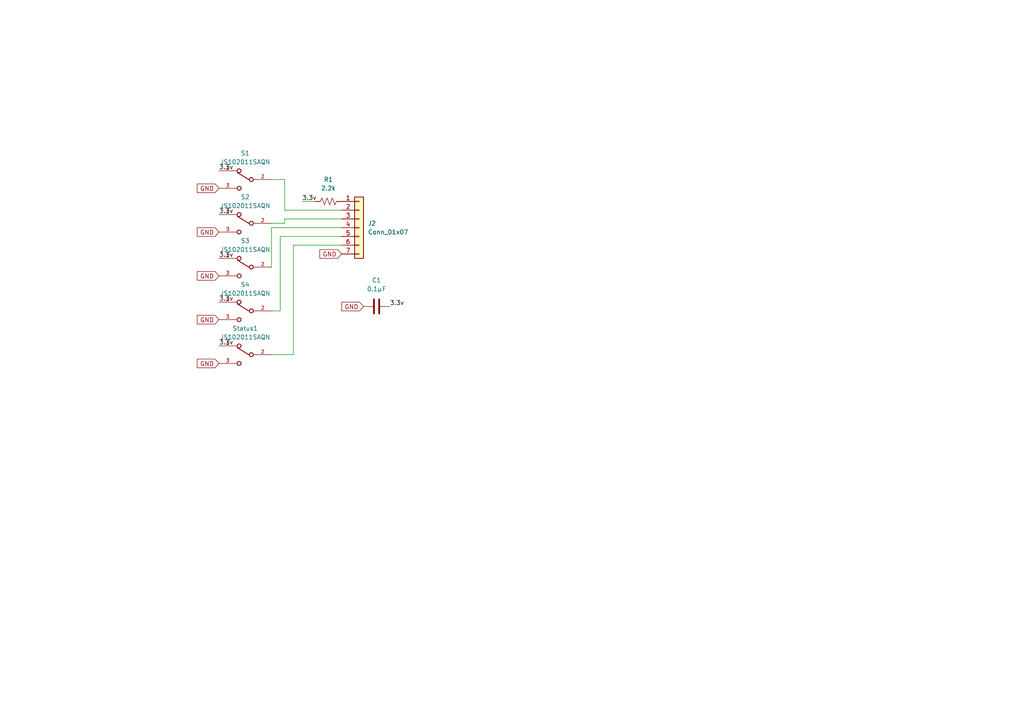
<source format=kicad_sch>
(kicad_sch (version 20231120) (generator "eeschema") (generator_version "8.0")
  (paper "A4")
  (lib_symbols
    (symbol "Connector_Generic:Conn_01x07" (pin_names (offset 1.016) hide)
      (property "Reference" "J" (at 0 10.16 0))
      (property "Value" "Conn_01x07" (at 0 -10.16 0))
      (symbol "Conn_01x07_1_1"
        (rectangle (start -1.27 -7.493) (end 0 -7.747) (stroke (width 0.1524)))
        (rectangle (start -1.27 -4.953) (end 0 -5.207) (stroke (width 0.1524)))
        (rectangle (start -1.27 -2.413) (end 0 -2.667) (stroke (width 0.1524)))
        (rectangle (start -1.27 0.127) (end 0 -0.127) (stroke (width 0.1524)))
        (rectangle (start -1.27 2.667) (end 0 2.413) (stroke (width 0.1524)))
        (rectangle (start -1.27 5.207) (end 0 4.953) (stroke (width 0.1524)))
        (rectangle (start -1.27 7.747) (end 0 7.493) (stroke (width 0.1524)))
        (rectangle (start -1.27 8.89) (end 1.27 -8.89) (stroke (width 0.254)) (fill (type background)))
        (pin passive line (at -5.08 7.62 0) (length 3.81) (name "Pin_1") (number "1"))
        (pin passive line (at -5.08 5.08 0) (length 3.81) (name "Pin_2") (number "2"))
        (pin passive line (at -5.08 2.54 0) (length 3.81) (name "Pin_3") (number "3"))
        (pin passive line (at -5.08 0 0) (length 3.81) (name "Pin_4") (number "4"))
        (pin passive line (at -5.08 -2.54 0) (length 3.81) (name "Pin_5") (number "5"))
        (pin passive line (at -5.08 -5.08 0) (length 3.81) (name "Pin_6") (number "6"))
        (pin passive line (at -5.08 -7.62 0) (length 3.81) (name "Pin_7") (number "7"))
      )
    )
    (symbol "Device:C" (pin_numbers hide) (pin_names (offset 0.254))
      (property "Reference" "C" (at 0.635 2.54 0))
      (property "Value" "C" (at 0.635 -2.54 0))
      (symbol "C_0_1"
        (polyline (pts (xy -2.032 -0.762) (xy 2.032 -0.762)) (stroke (width 0.508)))
        (polyline (pts (xy -2.032 0.762) (xy 2.032 0.762)) (stroke (width 0.508)))
      )
      (symbol "C_1_1"
        (pin passive line (at 0 3.81 270) (length 2.794) (name "~") (number "1"))
        (pin passive line (at 0 -3.81 90) (length 2.794) (name "~") (number "2"))
      )
    )
    (symbol "Device:R_US" (pin_numbers hide) (pin_names (offset 0))
      (property "Reference" "R" (at 2.54 0 90))
      (property "Value" "R_US" (at -2.54 0 90))
      (symbol "R_US_0_1"
        (polyline (pts (xy 0 -2.286) (xy 0 -2.54)))
        (polyline (pts (xy 0 2.286) (xy 0 2.54)))
        (polyline (pts (xy 0 -0.762) (xy 1.016 -1.143) (xy 0 -1.524) (xy -1.016 -1.905) (xy 0 -2.286)))
        (polyline (pts (xy 0 0.762) (xy 1.016 0.381) (xy 0 0) (xy -1.016 -0.381) (xy 0 -0.762)))
        (polyline (pts (xy 0 2.286) (xy 1.016 1.905) (xy 0 1.524) (xy -1.016 1.143) (xy 0 0.762)))
      )
      (symbol "R_US_1_1"
        (pin passive line (at 0 3.81 270) (length 1.27) (name "~") (number "1"))
        (pin passive line (at 0 -3.81 90) (length 1.27) (name "~") (number "2"))
      )
    )
    (symbol "SS_js102011:JS102011SAQN" (pin_names (offset 1.016))
      (property "Reference" "S" (at -7.6229 5.0819 0))
      (property "Value" "JS102011SAQN" (at -7.6286 -5.0857 0))
      (symbol "JS102011SAQN_0_0"
        (circle (center -1.778 -2.54) (radius 0.568) (stroke (width 0.254)))
        (circle (center -1.778 2.54) (radius 0.568) (stroke (width 0.254)))
        (polyline (pts (xy 1.016 0) (xy -2.286 2.032)) (stroke (width 0.254)))
        (circle (center 1.778 0) (radius 0.568) (stroke (width 0.254)))
        (pin passive line (at -7.62 2.54 0) (length 5.08) (name "~") (number "1"))
        (pin passive line (at 7.62 0 180) (length 5.08) (name "~") (number "2"))
        (pin passive line (at -7.62 -2.54 0) (length 5.08) (name "~") (number "3"))
      )
    )
  )
  (wire (pts (xy 81.28 68.58) (xy 99.06 68.58)))
  (wire (pts (xy 78.74 102.87) (xy 85.09 102.87)))
  (wire (pts (xy 82.55 60.96) (xy 99.06 60.96)))
  (wire (pts (xy 85.09 102.87) (xy 85.09 71.12)))
  (wire (pts (xy 81.28 90.17) (xy 81.28 68.58)))
  (wire (pts (xy 85.09 71.12) (xy 99.06 71.12)))
  (wire (pts (xy 82.55 64.77) (xy 82.55 63.5)))
  (wire (pts (xy 78.74 64.77) (xy 82.55 64.77)))
  (wire (pts (xy 78.74 66.04) (xy 78.74 77.47)))
  (wire (pts (xy 78.74 90.17) (xy 81.28 90.17)))
  (wire (pts (xy 82.55 63.5) (xy 99.06 63.5)))
  (wire (pts (xy 78.74 52.07) (xy 82.55 52.07)))
  (wire (pts (xy 82.55 52.07) (xy 82.55 60.96)))
  (wire (pts (xy 87.63 58.42) (xy 91.44 58.42)))
  (wire (pts (xy 78.74 66.04) (xy 99.06 66.04)))
  (label "3.3v" (at 63.5 87.63 0))
  (label "3.3v" (at 63.5 74.93 0))
  (label "3.3v" (at 63.5 62.23 0))
  (label "3.3v" (at 87.63 58.42 0))
  (label "3.3v" (at 63.5 49.53 0))
  (label "3.3v" (at 63.5 100.33 0))
  (label "3.3v" (at 113.03 88.9 0))
  (global_label "GND" (shape input) (at 99.06 73.66 180) (property "Intersheetrefs" "${INTERSHEET_REFS}" (effects (hide yes))))
  (global_label "GND" (shape input) (at 63.5 105.41 180) (property "Intersheetrefs" "${INTERSHEET_REFS}" (effects (hide yes))))
  (global_label "GND" (shape input) (at 105.41 88.9 180) (property "Intersheetrefs" "${INTERSHEET_REFS}" (effects (hide yes))))
  (global_label "GND" (shape input) (at 63.5 54.61 180) (property "Intersheetrefs" "${INTERSHEET_REFS}" (effects (hide yes))))
  (global_label "GND" (shape input) (at 63.5 67.31 180) (property "Intersheetrefs" "${INTERSHEET_REFS}" (effects (hide yes))))
  (global_label "GND" (shape input) (at 63.5 92.71 180) (property "Intersheetrefs" "${INTERSHEET_REFS}" (effects (hide yes))))
  (global_label "GND" (shape input) (at 63.5 80.01 180) (property "Intersheetrefs" "${INTERSHEET_REFS}" (effects (hide yes))))
  (symbol (lib_id "Device:R_US") (at 95.25 58.42 90) (unit 1)
    (property "Reference" "R1" (at 95.25 52.07 90))
    (property "Value" "2.2k" (at 95.25 54.61 90))
    (property "Footprint" "Resistor_SMD:R_0805_2012Metric_Pad1.20x1.40mm_HandSolder" (effects (hide yes)))
    (property "Description" "Resistor, US symbol" (effects (hide yes)))
  )
  (symbol (lib_id "SS_js102011:JS102011SAQN") (at 71.12 90.17 0) (unit 1)
    (property "Reference" "S4" (at 71.12 82.55 0))
    (property "Value" "JS102011SAQN" (at 71.12 85.09 0))
    (property "Footprint" "JS102011SAQN:SW_JS102011SAQN" (effects (hide yes)))
    (property "MANUFACTURER" "C&K" (effects (hide yes)))
  )
  (symbol (lib_id "SS_js102011:JS102011SAQN") (at 71.12 52.07 0) (unit 1)
    (property "Reference" "S1" (at 71.12 44.45 0))
    (property "Value" "JS102011SAQN" (at 71.12 46.99 0))
    (property "Footprint" "JS102011SAQN:SW_JS102011SAQN" (effects (hide yes)))
    (property "MANUFACTURER" "C&K" (effects (hide yes)))
  )
  (symbol (lib_id "Connector_Generic:Conn_01x07") (at 104.14 66.04 0) (unit 1)
    (property "Reference" "J2" (at 106.68 64.7699 0) (effects (justify left)))
    (property "Value" "Conn_01x07" (at 106.68 67.3099 0) (effects (justify left)))
    (property "Footprint" "Connector_PinHeader_2.54mm:PinHeader_1x07_P2.54mm_Vertical" (effects (hide yes)))
    (property "Description" "Generic connector, single row, 01x07, script generated (kicad-library-utils/schlib/autogen/connector/)" (effects (hide yes)))
  )
  (symbol (lib_id "SS_js102011:JS102011SAQN") (at 71.12 102.87 0) (unit 1)
    (property "Reference" "Status1" (at 71.12 95.25 0))
    (property "Value" "JS102011SAQN" (at 71.12 97.79 0))
    (property "Footprint" "JS102011SAQN:SW_JS102011SAQN" (effects (hide yes)))
    (property "MANUFACTURER" "C&K" (effects (hide yes)))
  )
  (symbol (lib_id "Device:C") (at 109.22 88.9 90) (unit 1)
    (property "Reference" "C1" (at 109.22 81.28 90))
    (property "Value" "0.1μF" (at 109.22 83.82 90))
    (property "Footprint" "Capacitor_SMD:C_0805_2012Metric_Pad1.18x1.45mm_HandSolder" (effects (hide yes)))
    (property "Description" "Unpolarized capacitor" (effects (hide yes)))
  )
  (symbol (lib_id "SS_js102011:JS102011SAQN") (at 71.12 77.47 0) (unit 1)
    (property "Reference" "S3" (at 71.12 69.85 0))
    (property "Value" "JS102011SAQN" (at 71.12 72.39 0))
    (property "Footprint" "JS102011SAQN:SW_JS102011SAQN" (effects (hide yes)))
    (property "MANUFACTURER" "C&K" (effects (hide yes)))
  )
  (symbol (lib_id "SS_js102011:JS102011SAQN") (at 71.12 64.77 0) (unit 1)
    (property "Reference" "S2" (at 71.12 57.15 0))
    (property "Value" "JS102011SAQN" (at 71.12 59.69 0))
    (property "Footprint" "JS102011SAQN:SW_JS102011SAQN" (effects (hide yes)))
    (property "MANUFACTURER" "C&K" (effects (hide yes)))
  )
)
</source>
